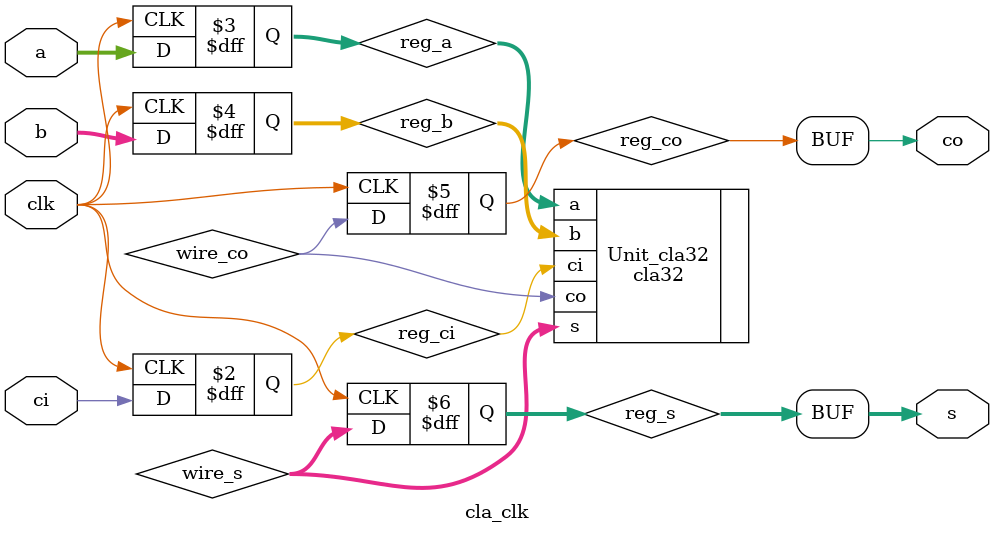
<source format=v>
module cla_clk(clk, a, b, ci, co, s);
	input clk, ci;
	input [31:0] a, b;
	output co;
	output [31:0] s;
	
	reg reg_ci;
	reg [31:0] reg_a, reg_b;
	
	reg reg_co;
	reg [31:0] reg_s;
	
	wire wire_co;
	wire [31:0] wire_s;
	
	// CLA with registers on posedge
	always @ (posedge clk)
	
	begin
	
	// copy each I/O to reg
	reg_a <= a;
	reg_b <= b;
	reg_ci <= ci;
	
	reg_s <= wire_s;
	reg_co <= wire_co;
	
	end
	
	// instance 32-bit CLA
	cla32 Unit_cla32(.a(reg_a), .b(reg_b), .ci(reg_ci), .co(wire_co), .s(wire_s));
	
	// assign each reg to output
	assign s = reg_s;
	assign co = reg_co;
	
endmodule

</source>
